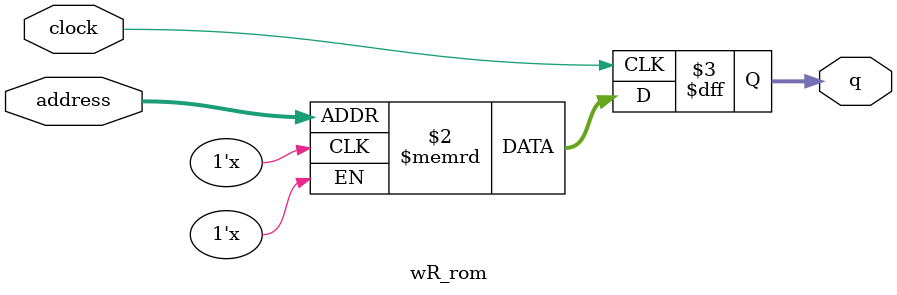
<source format=sv>
module wR_rom (
	input logic clock,
	input logic [11:0] address,
	output logic [3:0] q
);

logic [3:0] memory [0:3599] /* synthesis ram_init_file = "./wR/wR.COE" */;

always_ff @ (posedge clock) begin
	q <= memory[address];
end

endmodule

</source>
